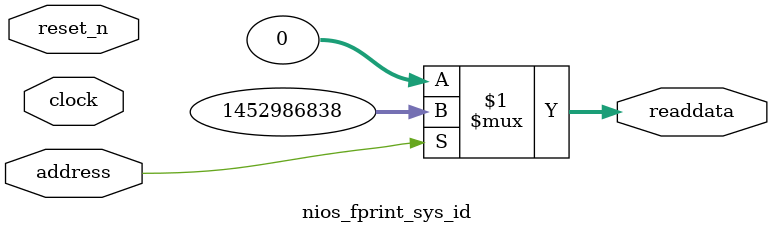
<source format=v>

`timescale 1ns / 1ps
// synthesis translate_on

// turn off superfluous verilog processor warnings 
// altera message_level Level1 
// altera message_off 10034 10035 10036 10037 10230 10240 10030 

module nios_fprint_sys_id (
               // inputs:
                address,
                clock,
                reset_n,

               // outputs:
                readdata
             )
;

  output  [ 31: 0] readdata;
  input            address;
  input            clock;
  input            reset_n;

  wire    [ 31: 0] readdata;
  //control_slave, which is an e_avalon_slave
  assign readdata = address ? 1452986838 : 0;

endmodule




</source>
